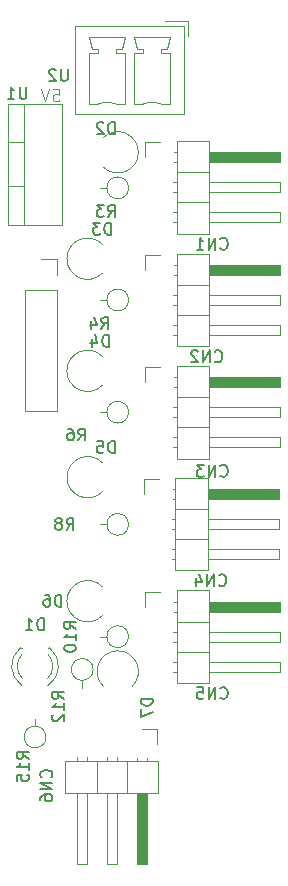
<source format=gbr>
%TF.GenerationSoftware,KiCad,Pcbnew,9.0.3*%
%TF.CreationDate,2025-07-16T15:45:05+08:00*%
%TF.ProjectId,PiHAT_Test,50694841-545f-4546-9573-742e6b696361,rev?*%
%TF.SameCoordinates,Original*%
%TF.FileFunction,Legend,Bot*%
%TF.FilePolarity,Positive*%
%FSLAX46Y46*%
G04 Gerber Fmt 4.6, Leading zero omitted, Abs format (unit mm)*
G04 Created by KiCad (PCBNEW 9.0.3) date 2025-07-16 15:45:05*
%MOMM*%
%LPD*%
G01*
G04 APERTURE LIST*
%ADD10C,0.100000*%
%ADD11C,0.150000*%
%ADD12C,0.200000*%
%ADD13C,0.120000*%
G04 APERTURE END LIST*
D10*
X133529925Y-68172419D02*
X134006115Y-68172419D01*
X134006115Y-68172419D02*
X134053734Y-68648609D01*
X134053734Y-68648609D02*
X134006115Y-68600990D01*
X134006115Y-68600990D02*
X133910877Y-68553371D01*
X133910877Y-68553371D02*
X133672782Y-68553371D01*
X133672782Y-68553371D02*
X133577544Y-68600990D01*
X133577544Y-68600990D02*
X133529925Y-68648609D01*
X133529925Y-68648609D02*
X133482306Y-68743847D01*
X133482306Y-68743847D02*
X133482306Y-68981942D01*
X133482306Y-68981942D02*
X133529925Y-69077180D01*
X133529925Y-69077180D02*
X133577544Y-69124800D01*
X133577544Y-69124800D02*
X133672782Y-69172419D01*
X133672782Y-69172419D02*
X133910877Y-69172419D01*
X133910877Y-69172419D02*
X134006115Y-69124800D01*
X134006115Y-69124800D02*
X134053734Y-69077180D01*
X133196591Y-68172419D02*
X132863258Y-69172419D01*
X132863258Y-69172419D02*
X132529925Y-68172419D01*
D11*
X147690476Y-119669580D02*
X147738095Y-119717200D01*
X147738095Y-119717200D02*
X147880952Y-119764819D01*
X147880952Y-119764819D02*
X147976190Y-119764819D01*
X147976190Y-119764819D02*
X148119047Y-119717200D01*
X148119047Y-119717200D02*
X148214285Y-119621961D01*
X148214285Y-119621961D02*
X148261904Y-119526723D01*
X148261904Y-119526723D02*
X148309523Y-119336247D01*
X148309523Y-119336247D02*
X148309523Y-119193390D01*
X148309523Y-119193390D02*
X148261904Y-119002914D01*
X148261904Y-119002914D02*
X148214285Y-118907676D01*
X148214285Y-118907676D02*
X148119047Y-118812438D01*
X148119047Y-118812438D02*
X147976190Y-118764819D01*
X147976190Y-118764819D02*
X147880952Y-118764819D01*
X147880952Y-118764819D02*
X147738095Y-118812438D01*
X147738095Y-118812438D02*
X147690476Y-118860057D01*
X147261904Y-119764819D02*
X147261904Y-118764819D01*
X147261904Y-118764819D02*
X146690476Y-119764819D01*
X146690476Y-119764819D02*
X146690476Y-118764819D01*
X145738095Y-118764819D02*
X146214285Y-118764819D01*
X146214285Y-118764819D02*
X146261904Y-119241009D01*
X146261904Y-119241009D02*
X146214285Y-119193390D01*
X146214285Y-119193390D02*
X146119047Y-119145771D01*
X146119047Y-119145771D02*
X145880952Y-119145771D01*
X145880952Y-119145771D02*
X145785714Y-119193390D01*
X145785714Y-119193390D02*
X145738095Y-119241009D01*
X145738095Y-119241009D02*
X145690476Y-119336247D01*
X145690476Y-119336247D02*
X145690476Y-119574342D01*
X145690476Y-119574342D02*
X145738095Y-119669580D01*
X145738095Y-119669580D02*
X145785714Y-119717200D01*
X145785714Y-119717200D02*
X145880952Y-119764819D01*
X145880952Y-119764819D02*
X146119047Y-119764819D01*
X146119047Y-119764819D02*
X146214285Y-119717200D01*
X146214285Y-119717200D02*
X146261904Y-119669580D01*
X133359580Y-126424523D02*
X133407200Y-126376904D01*
X133407200Y-126376904D02*
X133454819Y-126234047D01*
X133454819Y-126234047D02*
X133454819Y-126138809D01*
X133454819Y-126138809D02*
X133407200Y-125995952D01*
X133407200Y-125995952D02*
X133311961Y-125900714D01*
X133311961Y-125900714D02*
X133216723Y-125853095D01*
X133216723Y-125853095D02*
X133026247Y-125805476D01*
X133026247Y-125805476D02*
X132883390Y-125805476D01*
X132883390Y-125805476D02*
X132692914Y-125853095D01*
X132692914Y-125853095D02*
X132597676Y-125900714D01*
X132597676Y-125900714D02*
X132502438Y-125995952D01*
X132502438Y-125995952D02*
X132454819Y-126138809D01*
X132454819Y-126138809D02*
X132454819Y-126234047D01*
X132454819Y-126234047D02*
X132502438Y-126376904D01*
X132502438Y-126376904D02*
X132550057Y-126424523D01*
X133454819Y-126853095D02*
X132454819Y-126853095D01*
X132454819Y-126853095D02*
X133454819Y-127424523D01*
X133454819Y-127424523D02*
X132454819Y-127424523D01*
X132454819Y-128329285D02*
X132454819Y-128138809D01*
X132454819Y-128138809D02*
X132502438Y-128043571D01*
X132502438Y-128043571D02*
X132550057Y-127995952D01*
X132550057Y-127995952D02*
X132692914Y-127900714D01*
X132692914Y-127900714D02*
X132883390Y-127853095D01*
X132883390Y-127853095D02*
X133264342Y-127853095D01*
X133264342Y-127853095D02*
X133359580Y-127900714D01*
X133359580Y-127900714D02*
X133407200Y-127948333D01*
X133407200Y-127948333D02*
X133454819Y-128043571D01*
X133454819Y-128043571D02*
X133454819Y-128234047D01*
X133454819Y-128234047D02*
X133407200Y-128329285D01*
X133407200Y-128329285D02*
X133359580Y-128376904D01*
X133359580Y-128376904D02*
X133264342Y-128424523D01*
X133264342Y-128424523D02*
X133026247Y-128424523D01*
X133026247Y-128424523D02*
X132931009Y-128376904D01*
X132931009Y-128376904D02*
X132883390Y-128329285D01*
X132883390Y-128329285D02*
X132835771Y-128234047D01*
X132835771Y-128234047D02*
X132835771Y-128043571D01*
X132835771Y-128043571D02*
X132883390Y-127948333D01*
X132883390Y-127948333D02*
X132931009Y-127900714D01*
X132931009Y-127900714D02*
X133026247Y-127853095D01*
X134238094Y-111954819D02*
X134238094Y-110954819D01*
X134238094Y-110954819D02*
X133999999Y-110954819D01*
X133999999Y-110954819D02*
X133857142Y-111002438D01*
X133857142Y-111002438D02*
X133761904Y-111097676D01*
X133761904Y-111097676D02*
X133714285Y-111192914D01*
X133714285Y-111192914D02*
X133666666Y-111383390D01*
X133666666Y-111383390D02*
X133666666Y-111526247D01*
X133666666Y-111526247D02*
X133714285Y-111716723D01*
X133714285Y-111716723D02*
X133761904Y-111811961D01*
X133761904Y-111811961D02*
X133857142Y-111907200D01*
X133857142Y-111907200D02*
X133999999Y-111954819D01*
X133999999Y-111954819D02*
X134238094Y-111954819D01*
X132809523Y-110954819D02*
X132999999Y-110954819D01*
X132999999Y-110954819D02*
X133095237Y-111002438D01*
X133095237Y-111002438D02*
X133142856Y-111050057D01*
X133142856Y-111050057D02*
X133238094Y-111192914D01*
X133238094Y-111192914D02*
X133285713Y-111383390D01*
X133285713Y-111383390D02*
X133285713Y-111764342D01*
X133285713Y-111764342D02*
X133238094Y-111859580D01*
X133238094Y-111859580D02*
X133190475Y-111907200D01*
X133190475Y-111907200D02*
X133095237Y-111954819D01*
X133095237Y-111954819D02*
X132904761Y-111954819D01*
X132904761Y-111954819D02*
X132809523Y-111907200D01*
X132809523Y-111907200D02*
X132761904Y-111859580D01*
X132761904Y-111859580D02*
X132714285Y-111764342D01*
X132714285Y-111764342D02*
X132714285Y-111526247D01*
X132714285Y-111526247D02*
X132761904Y-111431009D01*
X132761904Y-111431009D02*
X132809523Y-111383390D01*
X132809523Y-111383390D02*
X132904761Y-111335771D01*
X132904761Y-111335771D02*
X133095237Y-111335771D01*
X133095237Y-111335771D02*
X133190475Y-111383390D01*
X133190475Y-111383390D02*
X133238094Y-111431009D01*
X133238094Y-111431009D02*
X133285713Y-111526247D01*
X132738094Y-113954819D02*
X132738094Y-112954819D01*
X132738094Y-112954819D02*
X132499999Y-112954819D01*
X132499999Y-112954819D02*
X132357142Y-113002438D01*
X132357142Y-113002438D02*
X132261904Y-113097676D01*
X132261904Y-113097676D02*
X132214285Y-113192914D01*
X132214285Y-113192914D02*
X132166666Y-113383390D01*
X132166666Y-113383390D02*
X132166666Y-113526247D01*
X132166666Y-113526247D02*
X132214285Y-113716723D01*
X132214285Y-113716723D02*
X132261904Y-113811961D01*
X132261904Y-113811961D02*
X132357142Y-113907200D01*
X132357142Y-113907200D02*
X132499999Y-113954819D01*
X132499999Y-113954819D02*
X132738094Y-113954819D01*
X131214285Y-113954819D02*
X131785713Y-113954819D01*
X131499999Y-113954819D02*
X131499999Y-112954819D01*
X131499999Y-112954819D02*
X131595237Y-113097676D01*
X131595237Y-113097676D02*
X131690475Y-113192914D01*
X131690475Y-113192914D02*
X131785713Y-113240533D01*
X134761904Y-66454819D02*
X134761904Y-67264342D01*
X134761904Y-67264342D02*
X134714285Y-67359580D01*
X134714285Y-67359580D02*
X134666666Y-67407200D01*
X134666666Y-67407200D02*
X134571428Y-67454819D01*
X134571428Y-67454819D02*
X134380952Y-67454819D01*
X134380952Y-67454819D02*
X134285714Y-67407200D01*
X134285714Y-67407200D02*
X134238095Y-67359580D01*
X134238095Y-67359580D02*
X134190476Y-67264342D01*
X134190476Y-67264342D02*
X134190476Y-66454819D01*
X133761904Y-66550057D02*
X133714285Y-66502438D01*
X133714285Y-66502438D02*
X133619047Y-66454819D01*
X133619047Y-66454819D02*
X133380952Y-66454819D01*
X133380952Y-66454819D02*
X133285714Y-66502438D01*
X133285714Y-66502438D02*
X133238095Y-66550057D01*
X133238095Y-66550057D02*
X133190476Y-66645295D01*
X133190476Y-66645295D02*
X133190476Y-66740533D01*
X133190476Y-66740533D02*
X133238095Y-66883390D01*
X133238095Y-66883390D02*
X133809523Y-67454819D01*
X133809523Y-67454819D02*
X133190476Y-67454819D01*
X131454819Y-124857142D02*
X130978628Y-124523809D01*
X131454819Y-124285714D02*
X130454819Y-124285714D01*
X130454819Y-124285714D02*
X130454819Y-124666666D01*
X130454819Y-124666666D02*
X130502438Y-124761904D01*
X130502438Y-124761904D02*
X130550057Y-124809523D01*
X130550057Y-124809523D02*
X130645295Y-124857142D01*
X130645295Y-124857142D02*
X130788152Y-124857142D01*
X130788152Y-124857142D02*
X130883390Y-124809523D01*
X130883390Y-124809523D02*
X130931009Y-124761904D01*
X130931009Y-124761904D02*
X130978628Y-124666666D01*
X130978628Y-124666666D02*
X130978628Y-124285714D01*
X131454819Y-125809523D02*
X131454819Y-125238095D01*
X131454819Y-125523809D02*
X130454819Y-125523809D01*
X130454819Y-125523809D02*
X130597676Y-125428571D01*
X130597676Y-125428571D02*
X130692914Y-125333333D01*
X130692914Y-125333333D02*
X130740533Y-125238095D01*
X130454819Y-126714285D02*
X130454819Y-126238095D01*
X130454819Y-126238095D02*
X130931009Y-126190476D01*
X130931009Y-126190476D02*
X130883390Y-126238095D01*
X130883390Y-126238095D02*
X130835771Y-126333333D01*
X130835771Y-126333333D02*
X130835771Y-126571428D01*
X130835771Y-126571428D02*
X130883390Y-126666666D01*
X130883390Y-126666666D02*
X130931009Y-126714285D01*
X130931009Y-126714285D02*
X131026247Y-126761904D01*
X131026247Y-126761904D02*
X131264342Y-126761904D01*
X131264342Y-126761904D02*
X131359580Y-126714285D01*
X131359580Y-126714285D02*
X131407200Y-126666666D01*
X131407200Y-126666666D02*
X131454819Y-126571428D01*
X131454819Y-126571428D02*
X131454819Y-126333333D01*
X131454819Y-126333333D02*
X131407200Y-126238095D01*
X131407200Y-126238095D02*
X131359580Y-126190476D01*
X138238094Y-89954819D02*
X138238094Y-88954819D01*
X138238094Y-88954819D02*
X137999999Y-88954819D01*
X137999999Y-88954819D02*
X137857142Y-89002438D01*
X137857142Y-89002438D02*
X137761904Y-89097676D01*
X137761904Y-89097676D02*
X137714285Y-89192914D01*
X137714285Y-89192914D02*
X137666666Y-89383390D01*
X137666666Y-89383390D02*
X137666666Y-89526247D01*
X137666666Y-89526247D02*
X137714285Y-89716723D01*
X137714285Y-89716723D02*
X137761904Y-89811961D01*
X137761904Y-89811961D02*
X137857142Y-89907200D01*
X137857142Y-89907200D02*
X137999999Y-89954819D01*
X137999999Y-89954819D02*
X138238094Y-89954819D01*
X136809523Y-89288152D02*
X136809523Y-89954819D01*
X137047618Y-88907200D02*
X137285713Y-89621485D01*
X137285713Y-89621485D02*
X136666666Y-89621485D01*
X147690476Y-81629580D02*
X147738095Y-81677200D01*
X147738095Y-81677200D02*
X147880952Y-81724819D01*
X147880952Y-81724819D02*
X147976190Y-81724819D01*
X147976190Y-81724819D02*
X148119047Y-81677200D01*
X148119047Y-81677200D02*
X148214285Y-81581961D01*
X148214285Y-81581961D02*
X148261904Y-81486723D01*
X148261904Y-81486723D02*
X148309523Y-81296247D01*
X148309523Y-81296247D02*
X148309523Y-81153390D01*
X148309523Y-81153390D02*
X148261904Y-80962914D01*
X148261904Y-80962914D02*
X148214285Y-80867676D01*
X148214285Y-80867676D02*
X148119047Y-80772438D01*
X148119047Y-80772438D02*
X147976190Y-80724819D01*
X147976190Y-80724819D02*
X147880952Y-80724819D01*
X147880952Y-80724819D02*
X147738095Y-80772438D01*
X147738095Y-80772438D02*
X147690476Y-80820057D01*
X147261904Y-81724819D02*
X147261904Y-80724819D01*
X147261904Y-80724819D02*
X146690476Y-81724819D01*
X146690476Y-81724819D02*
X146690476Y-80724819D01*
X145690476Y-81724819D02*
X146261904Y-81724819D01*
X145976190Y-81724819D02*
X145976190Y-80724819D01*
X145976190Y-80724819D02*
X146071428Y-80867676D01*
X146071428Y-80867676D02*
X146166666Y-80962914D01*
X146166666Y-80962914D02*
X146261904Y-81010533D01*
X138166666Y-78954819D02*
X138499999Y-78478628D01*
X138738094Y-78954819D02*
X138738094Y-77954819D01*
X138738094Y-77954819D02*
X138357142Y-77954819D01*
X138357142Y-77954819D02*
X138261904Y-78002438D01*
X138261904Y-78002438D02*
X138214285Y-78050057D01*
X138214285Y-78050057D02*
X138166666Y-78145295D01*
X138166666Y-78145295D02*
X138166666Y-78288152D01*
X138166666Y-78288152D02*
X138214285Y-78383390D01*
X138214285Y-78383390D02*
X138261904Y-78431009D01*
X138261904Y-78431009D02*
X138357142Y-78478628D01*
X138357142Y-78478628D02*
X138738094Y-78478628D01*
X137833332Y-77954819D02*
X137214285Y-77954819D01*
X137214285Y-77954819D02*
X137547618Y-78335771D01*
X137547618Y-78335771D02*
X137404761Y-78335771D01*
X137404761Y-78335771D02*
X137309523Y-78383390D01*
X137309523Y-78383390D02*
X137261904Y-78431009D01*
X137261904Y-78431009D02*
X137214285Y-78526247D01*
X137214285Y-78526247D02*
X137214285Y-78764342D01*
X137214285Y-78764342D02*
X137261904Y-78859580D01*
X137261904Y-78859580D02*
X137309523Y-78907200D01*
X137309523Y-78907200D02*
X137404761Y-78954819D01*
X137404761Y-78954819D02*
X137690475Y-78954819D01*
X137690475Y-78954819D02*
X137785713Y-78907200D01*
X137785713Y-78907200D02*
X137833332Y-78859580D01*
X134666666Y-105454819D02*
X134999999Y-104978628D01*
X135238094Y-105454819D02*
X135238094Y-104454819D01*
X135238094Y-104454819D02*
X134857142Y-104454819D01*
X134857142Y-104454819D02*
X134761904Y-104502438D01*
X134761904Y-104502438D02*
X134714285Y-104550057D01*
X134714285Y-104550057D02*
X134666666Y-104645295D01*
X134666666Y-104645295D02*
X134666666Y-104788152D01*
X134666666Y-104788152D02*
X134714285Y-104883390D01*
X134714285Y-104883390D02*
X134761904Y-104931009D01*
X134761904Y-104931009D02*
X134857142Y-104978628D01*
X134857142Y-104978628D02*
X135238094Y-104978628D01*
X134095237Y-104883390D02*
X134190475Y-104835771D01*
X134190475Y-104835771D02*
X134238094Y-104788152D01*
X134238094Y-104788152D02*
X134285713Y-104692914D01*
X134285713Y-104692914D02*
X134285713Y-104645295D01*
X134285713Y-104645295D02*
X134238094Y-104550057D01*
X134238094Y-104550057D02*
X134190475Y-104502438D01*
X134190475Y-104502438D02*
X134095237Y-104454819D01*
X134095237Y-104454819D02*
X133904761Y-104454819D01*
X133904761Y-104454819D02*
X133809523Y-104502438D01*
X133809523Y-104502438D02*
X133761904Y-104550057D01*
X133761904Y-104550057D02*
X133714285Y-104645295D01*
X133714285Y-104645295D02*
X133714285Y-104692914D01*
X133714285Y-104692914D02*
X133761904Y-104788152D01*
X133761904Y-104788152D02*
X133809523Y-104835771D01*
X133809523Y-104835771D02*
X133904761Y-104883390D01*
X133904761Y-104883390D02*
X134095237Y-104883390D01*
X134095237Y-104883390D02*
X134190475Y-104931009D01*
X134190475Y-104931009D02*
X134238094Y-104978628D01*
X134238094Y-104978628D02*
X134285713Y-105073866D01*
X134285713Y-105073866D02*
X134285713Y-105264342D01*
X134285713Y-105264342D02*
X134238094Y-105359580D01*
X134238094Y-105359580D02*
X134190475Y-105407200D01*
X134190475Y-105407200D02*
X134095237Y-105454819D01*
X134095237Y-105454819D02*
X133904761Y-105454819D01*
X133904761Y-105454819D02*
X133809523Y-105407200D01*
X133809523Y-105407200D02*
X133761904Y-105359580D01*
X133761904Y-105359580D02*
X133714285Y-105264342D01*
X133714285Y-105264342D02*
X133714285Y-105073866D01*
X133714285Y-105073866D02*
X133761904Y-104978628D01*
X133761904Y-104978628D02*
X133809523Y-104931009D01*
X133809523Y-104931009D02*
X133904761Y-104883390D01*
X147220476Y-91169580D02*
X147268095Y-91217200D01*
X147268095Y-91217200D02*
X147410952Y-91264819D01*
X147410952Y-91264819D02*
X147506190Y-91264819D01*
X147506190Y-91264819D02*
X147649047Y-91217200D01*
X147649047Y-91217200D02*
X147744285Y-91121961D01*
X147744285Y-91121961D02*
X147791904Y-91026723D01*
X147791904Y-91026723D02*
X147839523Y-90836247D01*
X147839523Y-90836247D02*
X147839523Y-90693390D01*
X147839523Y-90693390D02*
X147791904Y-90502914D01*
X147791904Y-90502914D02*
X147744285Y-90407676D01*
X147744285Y-90407676D02*
X147649047Y-90312438D01*
X147649047Y-90312438D02*
X147506190Y-90264819D01*
X147506190Y-90264819D02*
X147410952Y-90264819D01*
X147410952Y-90264819D02*
X147268095Y-90312438D01*
X147268095Y-90312438D02*
X147220476Y-90360057D01*
X146791904Y-91264819D02*
X146791904Y-90264819D01*
X146791904Y-90264819D02*
X146220476Y-91264819D01*
X146220476Y-91264819D02*
X146220476Y-90264819D01*
X145791904Y-90360057D02*
X145744285Y-90312438D01*
X145744285Y-90312438D02*
X145649047Y-90264819D01*
X145649047Y-90264819D02*
X145410952Y-90264819D01*
X145410952Y-90264819D02*
X145315714Y-90312438D01*
X145315714Y-90312438D02*
X145268095Y-90360057D01*
X145268095Y-90360057D02*
X145220476Y-90455295D01*
X145220476Y-90455295D02*
X145220476Y-90550533D01*
X145220476Y-90550533D02*
X145268095Y-90693390D01*
X145268095Y-90693390D02*
X145839523Y-91264819D01*
X145839523Y-91264819D02*
X145220476Y-91264819D01*
X141954819Y-119761905D02*
X140954819Y-119761905D01*
X140954819Y-119761905D02*
X140954819Y-120000000D01*
X140954819Y-120000000D02*
X141002438Y-120142857D01*
X141002438Y-120142857D02*
X141097676Y-120238095D01*
X141097676Y-120238095D02*
X141192914Y-120285714D01*
X141192914Y-120285714D02*
X141383390Y-120333333D01*
X141383390Y-120333333D02*
X141526247Y-120333333D01*
X141526247Y-120333333D02*
X141716723Y-120285714D01*
X141716723Y-120285714D02*
X141811961Y-120238095D01*
X141811961Y-120238095D02*
X141907200Y-120142857D01*
X141907200Y-120142857D02*
X141954819Y-120000000D01*
X141954819Y-120000000D02*
X141954819Y-119761905D01*
X140954819Y-120666667D02*
X140954819Y-121333333D01*
X140954819Y-121333333D02*
X141954819Y-120904762D01*
X138441429Y-80454819D02*
X138441429Y-79454819D01*
X138441429Y-79454819D02*
X138203334Y-79454819D01*
X138203334Y-79454819D02*
X138060477Y-79502438D01*
X138060477Y-79502438D02*
X137965239Y-79597676D01*
X137965239Y-79597676D02*
X137917620Y-79692914D01*
X137917620Y-79692914D02*
X137870001Y-79883390D01*
X137870001Y-79883390D02*
X137870001Y-80026247D01*
X137870001Y-80026247D02*
X137917620Y-80216723D01*
X137917620Y-80216723D02*
X137965239Y-80311961D01*
X137965239Y-80311961D02*
X138060477Y-80407200D01*
X138060477Y-80407200D02*
X138203334Y-80454819D01*
X138203334Y-80454819D02*
X138441429Y-80454819D01*
X137536667Y-79454819D02*
X136917620Y-79454819D01*
X136917620Y-79454819D02*
X137250953Y-79835771D01*
X137250953Y-79835771D02*
X137108096Y-79835771D01*
X137108096Y-79835771D02*
X137012858Y-79883390D01*
X137012858Y-79883390D02*
X136965239Y-79931009D01*
X136965239Y-79931009D02*
X136917620Y-80026247D01*
X136917620Y-80026247D02*
X136917620Y-80264342D01*
X136917620Y-80264342D02*
X136965239Y-80359580D01*
X136965239Y-80359580D02*
X137012858Y-80407200D01*
X137012858Y-80407200D02*
X137108096Y-80454819D01*
X137108096Y-80454819D02*
X137393810Y-80454819D01*
X137393810Y-80454819D02*
X137489048Y-80407200D01*
X137489048Y-80407200D02*
X137536667Y-80359580D01*
X138738094Y-98954819D02*
X138738094Y-97954819D01*
X138738094Y-97954819D02*
X138499999Y-97954819D01*
X138499999Y-97954819D02*
X138357142Y-98002438D01*
X138357142Y-98002438D02*
X138261904Y-98097676D01*
X138261904Y-98097676D02*
X138214285Y-98192914D01*
X138214285Y-98192914D02*
X138166666Y-98383390D01*
X138166666Y-98383390D02*
X138166666Y-98526247D01*
X138166666Y-98526247D02*
X138214285Y-98716723D01*
X138214285Y-98716723D02*
X138261904Y-98811961D01*
X138261904Y-98811961D02*
X138357142Y-98907200D01*
X138357142Y-98907200D02*
X138499999Y-98954819D01*
X138499999Y-98954819D02*
X138738094Y-98954819D01*
X137261904Y-97954819D02*
X137738094Y-97954819D01*
X137738094Y-97954819D02*
X137785713Y-98431009D01*
X137785713Y-98431009D02*
X137738094Y-98383390D01*
X137738094Y-98383390D02*
X137642856Y-98335771D01*
X137642856Y-98335771D02*
X137404761Y-98335771D01*
X137404761Y-98335771D02*
X137309523Y-98383390D01*
X137309523Y-98383390D02*
X137261904Y-98431009D01*
X137261904Y-98431009D02*
X137214285Y-98526247D01*
X137214285Y-98526247D02*
X137214285Y-98764342D01*
X137214285Y-98764342D02*
X137261904Y-98859580D01*
X137261904Y-98859580D02*
X137309523Y-98907200D01*
X137309523Y-98907200D02*
X137404761Y-98954819D01*
X137404761Y-98954819D02*
X137642856Y-98954819D01*
X137642856Y-98954819D02*
X137738094Y-98907200D01*
X137738094Y-98907200D02*
X137785713Y-98859580D01*
X147575476Y-110129580D02*
X147623095Y-110177200D01*
X147623095Y-110177200D02*
X147765952Y-110224819D01*
X147765952Y-110224819D02*
X147861190Y-110224819D01*
X147861190Y-110224819D02*
X148004047Y-110177200D01*
X148004047Y-110177200D02*
X148099285Y-110081961D01*
X148099285Y-110081961D02*
X148146904Y-109986723D01*
X148146904Y-109986723D02*
X148194523Y-109796247D01*
X148194523Y-109796247D02*
X148194523Y-109653390D01*
X148194523Y-109653390D02*
X148146904Y-109462914D01*
X148146904Y-109462914D02*
X148099285Y-109367676D01*
X148099285Y-109367676D02*
X148004047Y-109272438D01*
X148004047Y-109272438D02*
X147861190Y-109224819D01*
X147861190Y-109224819D02*
X147765952Y-109224819D01*
X147765952Y-109224819D02*
X147623095Y-109272438D01*
X147623095Y-109272438D02*
X147575476Y-109320057D01*
X147146904Y-110224819D02*
X147146904Y-109224819D01*
X147146904Y-109224819D02*
X146575476Y-110224819D01*
X146575476Y-110224819D02*
X146575476Y-109224819D01*
X145670714Y-109558152D02*
X145670714Y-110224819D01*
X145908809Y-109177200D02*
X146146904Y-109891485D01*
X146146904Y-109891485D02*
X145527857Y-109891485D01*
X147690476Y-100859580D02*
X147738095Y-100907200D01*
X147738095Y-100907200D02*
X147880952Y-100954819D01*
X147880952Y-100954819D02*
X147976190Y-100954819D01*
X147976190Y-100954819D02*
X148119047Y-100907200D01*
X148119047Y-100907200D02*
X148214285Y-100811961D01*
X148214285Y-100811961D02*
X148261904Y-100716723D01*
X148261904Y-100716723D02*
X148309523Y-100526247D01*
X148309523Y-100526247D02*
X148309523Y-100383390D01*
X148309523Y-100383390D02*
X148261904Y-100192914D01*
X148261904Y-100192914D02*
X148214285Y-100097676D01*
X148214285Y-100097676D02*
X148119047Y-100002438D01*
X148119047Y-100002438D02*
X147976190Y-99954819D01*
X147976190Y-99954819D02*
X147880952Y-99954819D01*
X147880952Y-99954819D02*
X147738095Y-100002438D01*
X147738095Y-100002438D02*
X147690476Y-100050057D01*
X147261904Y-100954819D02*
X147261904Y-99954819D01*
X147261904Y-99954819D02*
X146690476Y-100954819D01*
X146690476Y-100954819D02*
X146690476Y-99954819D01*
X146309523Y-99954819D02*
X145690476Y-99954819D01*
X145690476Y-99954819D02*
X146023809Y-100335771D01*
X146023809Y-100335771D02*
X145880952Y-100335771D01*
X145880952Y-100335771D02*
X145785714Y-100383390D01*
X145785714Y-100383390D02*
X145738095Y-100431009D01*
X145738095Y-100431009D02*
X145690476Y-100526247D01*
X145690476Y-100526247D02*
X145690476Y-100764342D01*
X145690476Y-100764342D02*
X145738095Y-100859580D01*
X145738095Y-100859580D02*
X145785714Y-100907200D01*
X145785714Y-100907200D02*
X145880952Y-100954819D01*
X145880952Y-100954819D02*
X146166666Y-100954819D01*
X146166666Y-100954819D02*
X146261904Y-100907200D01*
X146261904Y-100907200D02*
X146309523Y-100859580D01*
X138738094Y-71954819D02*
X138738094Y-70954819D01*
X138738094Y-70954819D02*
X138499999Y-70954819D01*
X138499999Y-70954819D02*
X138357142Y-71002438D01*
X138357142Y-71002438D02*
X138261904Y-71097676D01*
X138261904Y-71097676D02*
X138214285Y-71192914D01*
X138214285Y-71192914D02*
X138166666Y-71383390D01*
X138166666Y-71383390D02*
X138166666Y-71526247D01*
X138166666Y-71526247D02*
X138214285Y-71716723D01*
X138214285Y-71716723D02*
X138261904Y-71811961D01*
X138261904Y-71811961D02*
X138357142Y-71907200D01*
X138357142Y-71907200D02*
X138499999Y-71954819D01*
X138499999Y-71954819D02*
X138738094Y-71954819D01*
X137785713Y-71050057D02*
X137738094Y-71002438D01*
X137738094Y-71002438D02*
X137642856Y-70954819D01*
X137642856Y-70954819D02*
X137404761Y-70954819D01*
X137404761Y-70954819D02*
X137309523Y-71002438D01*
X137309523Y-71002438D02*
X137261904Y-71050057D01*
X137261904Y-71050057D02*
X137214285Y-71145295D01*
X137214285Y-71145295D02*
X137214285Y-71240533D01*
X137214285Y-71240533D02*
X137261904Y-71383390D01*
X137261904Y-71383390D02*
X137833332Y-71954819D01*
X137833332Y-71954819D02*
X137214285Y-71954819D01*
X135666666Y-97889819D02*
X135999999Y-97413628D01*
X136238094Y-97889819D02*
X136238094Y-96889819D01*
X136238094Y-96889819D02*
X135857142Y-96889819D01*
X135857142Y-96889819D02*
X135761904Y-96937438D01*
X135761904Y-96937438D02*
X135714285Y-96985057D01*
X135714285Y-96985057D02*
X135666666Y-97080295D01*
X135666666Y-97080295D02*
X135666666Y-97223152D01*
X135666666Y-97223152D02*
X135714285Y-97318390D01*
X135714285Y-97318390D02*
X135761904Y-97366009D01*
X135761904Y-97366009D02*
X135857142Y-97413628D01*
X135857142Y-97413628D02*
X136238094Y-97413628D01*
X134809523Y-96889819D02*
X134999999Y-96889819D01*
X134999999Y-96889819D02*
X135095237Y-96937438D01*
X135095237Y-96937438D02*
X135142856Y-96985057D01*
X135142856Y-96985057D02*
X135238094Y-97127914D01*
X135238094Y-97127914D02*
X135285713Y-97318390D01*
X135285713Y-97318390D02*
X135285713Y-97699342D01*
X135285713Y-97699342D02*
X135238094Y-97794580D01*
X135238094Y-97794580D02*
X135190475Y-97842200D01*
X135190475Y-97842200D02*
X135095237Y-97889819D01*
X135095237Y-97889819D02*
X134904761Y-97889819D01*
X134904761Y-97889819D02*
X134809523Y-97842200D01*
X134809523Y-97842200D02*
X134761904Y-97794580D01*
X134761904Y-97794580D02*
X134714285Y-97699342D01*
X134714285Y-97699342D02*
X134714285Y-97461247D01*
X134714285Y-97461247D02*
X134761904Y-97366009D01*
X134761904Y-97366009D02*
X134809523Y-97318390D01*
X134809523Y-97318390D02*
X134904761Y-97270771D01*
X134904761Y-97270771D02*
X135095237Y-97270771D01*
X135095237Y-97270771D02*
X135190475Y-97318390D01*
X135190475Y-97318390D02*
X135238094Y-97366009D01*
X135238094Y-97366009D02*
X135285713Y-97461247D01*
X131261904Y-67954819D02*
X131261904Y-68764342D01*
X131261904Y-68764342D02*
X131214285Y-68859580D01*
X131214285Y-68859580D02*
X131166666Y-68907200D01*
X131166666Y-68907200D02*
X131071428Y-68954819D01*
X131071428Y-68954819D02*
X130880952Y-68954819D01*
X130880952Y-68954819D02*
X130785714Y-68907200D01*
X130785714Y-68907200D02*
X130738095Y-68859580D01*
X130738095Y-68859580D02*
X130690476Y-68764342D01*
X130690476Y-68764342D02*
X130690476Y-67954819D01*
X129690476Y-68954819D02*
X130261904Y-68954819D01*
X129976190Y-68954819D02*
X129976190Y-67954819D01*
X129976190Y-67954819D02*
X130071428Y-68097676D01*
X130071428Y-68097676D02*
X130166666Y-68192914D01*
X130166666Y-68192914D02*
X130261904Y-68240533D01*
X135454819Y-113857142D02*
X134978628Y-113523809D01*
X135454819Y-113285714D02*
X134454819Y-113285714D01*
X134454819Y-113285714D02*
X134454819Y-113666666D01*
X134454819Y-113666666D02*
X134502438Y-113761904D01*
X134502438Y-113761904D02*
X134550057Y-113809523D01*
X134550057Y-113809523D02*
X134645295Y-113857142D01*
X134645295Y-113857142D02*
X134788152Y-113857142D01*
X134788152Y-113857142D02*
X134883390Y-113809523D01*
X134883390Y-113809523D02*
X134931009Y-113761904D01*
X134931009Y-113761904D02*
X134978628Y-113666666D01*
X134978628Y-113666666D02*
X134978628Y-113285714D01*
X135454819Y-114809523D02*
X135454819Y-114238095D01*
X135454819Y-114523809D02*
X134454819Y-114523809D01*
X134454819Y-114523809D02*
X134597676Y-114428571D01*
X134597676Y-114428571D02*
X134692914Y-114333333D01*
X134692914Y-114333333D02*
X134740533Y-114238095D01*
X134454819Y-115428571D02*
X134454819Y-115523809D01*
X134454819Y-115523809D02*
X134502438Y-115619047D01*
X134502438Y-115619047D02*
X134550057Y-115666666D01*
X134550057Y-115666666D02*
X134645295Y-115714285D01*
X134645295Y-115714285D02*
X134835771Y-115761904D01*
X134835771Y-115761904D02*
X135073866Y-115761904D01*
X135073866Y-115761904D02*
X135264342Y-115714285D01*
X135264342Y-115714285D02*
X135359580Y-115666666D01*
X135359580Y-115666666D02*
X135407200Y-115619047D01*
X135407200Y-115619047D02*
X135454819Y-115523809D01*
X135454819Y-115523809D02*
X135454819Y-115428571D01*
X135454819Y-115428571D02*
X135407200Y-115333333D01*
X135407200Y-115333333D02*
X135359580Y-115285714D01*
X135359580Y-115285714D02*
X135264342Y-115238095D01*
X135264342Y-115238095D02*
X135073866Y-115190476D01*
X135073866Y-115190476D02*
X134835771Y-115190476D01*
X134835771Y-115190476D02*
X134645295Y-115238095D01*
X134645295Y-115238095D02*
X134550057Y-115285714D01*
X134550057Y-115285714D02*
X134502438Y-115333333D01*
X134502438Y-115333333D02*
X134454819Y-115428571D01*
X137626666Y-88454819D02*
X137959999Y-87978628D01*
X138198094Y-88454819D02*
X138198094Y-87454819D01*
X138198094Y-87454819D02*
X137817142Y-87454819D01*
X137817142Y-87454819D02*
X137721904Y-87502438D01*
X137721904Y-87502438D02*
X137674285Y-87550057D01*
X137674285Y-87550057D02*
X137626666Y-87645295D01*
X137626666Y-87645295D02*
X137626666Y-87788152D01*
X137626666Y-87788152D02*
X137674285Y-87883390D01*
X137674285Y-87883390D02*
X137721904Y-87931009D01*
X137721904Y-87931009D02*
X137817142Y-87978628D01*
X137817142Y-87978628D02*
X138198094Y-87978628D01*
X136769523Y-87788152D02*
X136769523Y-88454819D01*
X137007618Y-87407200D02*
X137245713Y-88121485D01*
X137245713Y-88121485D02*
X136626666Y-88121485D01*
D12*
X134452219Y-119773183D02*
X133976028Y-119439850D01*
X134452219Y-119201755D02*
X133452219Y-119201755D01*
X133452219Y-119201755D02*
X133452219Y-119582707D01*
X133452219Y-119582707D02*
X133499838Y-119677945D01*
X133499838Y-119677945D02*
X133547457Y-119725564D01*
X133547457Y-119725564D02*
X133642695Y-119773183D01*
X133642695Y-119773183D02*
X133785552Y-119773183D01*
X133785552Y-119773183D02*
X133880790Y-119725564D01*
X133880790Y-119725564D02*
X133928409Y-119677945D01*
X133928409Y-119677945D02*
X133976028Y-119582707D01*
X133976028Y-119582707D02*
X133976028Y-119201755D01*
X134452219Y-120725564D02*
X134452219Y-120154136D01*
X134452219Y-120439850D02*
X133452219Y-120439850D01*
X133452219Y-120439850D02*
X133595076Y-120344612D01*
X133595076Y-120344612D02*
X133690314Y-120249374D01*
X133690314Y-120249374D02*
X133737933Y-120154136D01*
X133547457Y-121106517D02*
X133499838Y-121154136D01*
X133499838Y-121154136D02*
X133452219Y-121249374D01*
X133452219Y-121249374D02*
X133452219Y-121487469D01*
X133452219Y-121487469D02*
X133499838Y-121582707D01*
X133499838Y-121582707D02*
X133547457Y-121630326D01*
X133547457Y-121630326D02*
X133642695Y-121677945D01*
X133642695Y-121677945D02*
X133737933Y-121677945D01*
X133737933Y-121677945D02*
X133880790Y-121630326D01*
X133880790Y-121630326D02*
X134452219Y-121058898D01*
X134452219Y-121058898D02*
X134452219Y-121677945D01*
D13*
%TO.C,CN5*%
X141345000Y-110690000D02*
X142615000Y-110690000D01*
X141345000Y-111960000D02*
X141345000Y-110690000D01*
X143692358Y-114070000D02*
X144005000Y-114070000D01*
X143692358Y-114930000D02*
X144005000Y-114930000D01*
X143692358Y-116610000D02*
X144005000Y-116610000D01*
X143692358Y-117470000D02*
X144005000Y-117470000D01*
X143775000Y-111530000D02*
X144005000Y-111530000D01*
X143775000Y-112390000D02*
X144005000Y-112390000D01*
X144005000Y-110580000D02*
X144005000Y-118420000D01*
X144005000Y-113230000D02*
X146765000Y-113230000D01*
X144005000Y-115770000D02*
X146765000Y-115770000D01*
X144005000Y-118420000D02*
X146765000Y-118420000D01*
X146765000Y-110580000D02*
X144005000Y-110580000D01*
X146765000Y-114070000D02*
X152765000Y-114070000D01*
X146765000Y-116610000D02*
X152765000Y-116610000D01*
X146765000Y-118420000D02*
X146765000Y-110580000D01*
X152765000Y-114070000D02*
X152765000Y-114930000D01*
X152765000Y-114930000D02*
X146765000Y-114930000D01*
X152765000Y-116610000D02*
X152765000Y-117470000D01*
X152765000Y-117470000D02*
X146765000Y-117470000D01*
X146765000Y-111530000D02*
X152765000Y-111530000D01*
X152765000Y-112390000D01*
X146765000Y-112390000D01*
X146765000Y-111530000D01*
G36*
X146765000Y-111530000D02*
G01*
X152765000Y-111530000D01*
X152765000Y-112390000D01*
X146765000Y-112390000D01*
X146765000Y-111530000D01*
G37*
%TO.C,CN6*%
X134580000Y-125005000D02*
X134580000Y-127765000D01*
X134580000Y-127765000D02*
X142420000Y-127765000D01*
X135530000Y-124692358D02*
X135530000Y-125005000D01*
X135530000Y-133765000D02*
X135530000Y-127765000D01*
X136390000Y-124692358D02*
X136390000Y-125005000D01*
X136390000Y-127765000D02*
X136390000Y-133765000D01*
X136390000Y-133765000D02*
X135530000Y-133765000D01*
X137230000Y-125005000D02*
X137230000Y-127765000D01*
X138070000Y-124692358D02*
X138070000Y-125005000D01*
X138070000Y-133765000D02*
X138070000Y-127765000D01*
X138930000Y-124692358D02*
X138930000Y-125005000D01*
X138930000Y-127765000D02*
X138930000Y-133765000D01*
X138930000Y-133765000D02*
X138070000Y-133765000D01*
X139770000Y-125005000D02*
X139770000Y-127765000D01*
X140610000Y-124775000D02*
X140610000Y-125005000D01*
X141040000Y-122345000D02*
X142310000Y-122345000D01*
X141470000Y-124775000D02*
X141470000Y-125005000D01*
X142310000Y-122345000D02*
X142310000Y-123615000D01*
X142420000Y-125005000D02*
X134580000Y-125005000D01*
X142420000Y-127765000D02*
X142420000Y-125005000D01*
X141470000Y-127765000D02*
X140610000Y-127765000D01*
X140610000Y-133765000D01*
X141470000Y-133765000D01*
X141470000Y-127765000D01*
G36*
X141470000Y-127765000D02*
G01*
X140610000Y-127765000D01*
X140610000Y-133765000D01*
X141470000Y-133765000D01*
X141470000Y-127765000D01*
G37*
%TO.C,D6*%
X137703335Y-112720000D02*
G75*
G02*
X137703335Y-110280000I-1255517J1220000D01*
G01*
%TO.C,D1*%
X130764000Y-115440000D02*
X130920000Y-115440000D01*
X133080000Y-115440000D02*
X133236000Y-115440000D01*
X130920000Y-118040961D02*
G75*
G02*
X130920000Y-115959039I1080000J1040961D01*
G01*
X130920000Y-118671437D02*
G75*
G02*
X130764484Y-115440000I1080000J1671437D01*
G01*
X133080000Y-115959039D02*
G75*
G02*
X133080000Y-118040961I-1080000J-1040961D01*
G01*
X133235516Y-115440000D02*
G75*
G02*
X133080000Y-118671437I-1235516J-1560000D01*
G01*
%TO.C,U2*%
X135367500Y-62782500D02*
X144597500Y-62782500D01*
X135367500Y-70252500D02*
X135367500Y-62782500D01*
X136577500Y-63742500D02*
X136827500Y-64742500D01*
X136577500Y-65092500D02*
X136577500Y-69392500D01*
X136577500Y-69392500D02*
X137327500Y-69392500D01*
X136827500Y-64742500D02*
X137327500Y-64742500D01*
X137327500Y-64742500D02*
X137327500Y-65092500D01*
X137327500Y-65092500D02*
X136577500Y-65092500D01*
X138827500Y-64742500D02*
X139327500Y-64742500D01*
X138827500Y-65092500D02*
X138827500Y-64742500D01*
X138827500Y-69392500D02*
X139577500Y-69392500D01*
X139327500Y-64742500D02*
X139577500Y-63742500D01*
X139577500Y-63742500D02*
X136577500Y-63742500D01*
X139577500Y-65092500D02*
X138827500Y-65092500D01*
X139577500Y-69392500D02*
X139577500Y-65092500D01*
X140387500Y-63742500D02*
X140637500Y-64742500D01*
X140387500Y-65092500D02*
X140387500Y-69392500D01*
X140387500Y-69392500D02*
X141137500Y-69392500D01*
X140637500Y-64742500D02*
X141137500Y-64742500D01*
X141137500Y-64742500D02*
X141137500Y-65092500D01*
X141137500Y-65092500D02*
X140387500Y-65092500D01*
X142637500Y-64742500D02*
X143137500Y-64742500D01*
X142637500Y-65092500D02*
X142637500Y-64742500D01*
X142637500Y-69392500D02*
X143387500Y-69392500D01*
X143137500Y-64742500D02*
X143387500Y-63742500D01*
X143387500Y-63742500D02*
X140387500Y-63742500D01*
X143387500Y-65092500D02*
X142637500Y-65092500D01*
X143387500Y-69392500D02*
X143387500Y-65092500D01*
X144597500Y-62782500D02*
X144597500Y-70252500D01*
X144597500Y-70252500D02*
X135367500Y-70252500D01*
X144987500Y-62392500D02*
X142987500Y-62392500D01*
X144987500Y-63642500D02*
X144987500Y-62392500D01*
X137327853Y-69392344D02*
G75*
G02*
X138827500Y-69392500I749647J-1700156D01*
G01*
X141137853Y-69392344D02*
G75*
G02*
X142637500Y-69392500I749647J-1700156D01*
G01*
%TO.C,R15*%
X132000000Y-122080000D02*
X132000000Y-121460000D01*
X132920000Y-123000000D02*
G75*
G02*
X131080000Y-123000000I-920000J0D01*
G01*
X131080000Y-123000000D02*
G75*
G02*
X132920000Y-123000000I920000J0D01*
G01*
%TO.C,D4*%
X137703335Y-93220000D02*
G75*
G02*
X137703335Y-90780000I-1255517J1220000D01*
G01*
%TO.C,CN1*%
X141345000Y-72650000D02*
X142615000Y-72650000D01*
X141345000Y-73920000D02*
X141345000Y-72650000D01*
X143692358Y-76030000D02*
X144005000Y-76030000D01*
X143692358Y-76890000D02*
X144005000Y-76890000D01*
X143692358Y-78570000D02*
X144005000Y-78570000D01*
X143692358Y-79430000D02*
X144005000Y-79430000D01*
X143775000Y-73490000D02*
X144005000Y-73490000D01*
X143775000Y-74350000D02*
X144005000Y-74350000D01*
X144005000Y-72540000D02*
X144005000Y-80380000D01*
X144005000Y-75190000D02*
X146765000Y-75190000D01*
X144005000Y-77730000D02*
X146765000Y-77730000D01*
X144005000Y-80380000D02*
X146765000Y-80380000D01*
X146765000Y-72540000D02*
X144005000Y-72540000D01*
X146765000Y-76030000D02*
X152765000Y-76030000D01*
X146765000Y-78570000D02*
X152765000Y-78570000D01*
X146765000Y-80380000D02*
X146765000Y-72540000D01*
X152765000Y-76030000D02*
X152765000Y-76890000D01*
X152765000Y-76890000D02*
X146765000Y-76890000D01*
X152765000Y-78570000D02*
X152765000Y-79430000D01*
X152765000Y-79430000D02*
X146765000Y-79430000D01*
X146765000Y-73490000D02*
X152765000Y-73490000D01*
X152765000Y-74350000D01*
X146765000Y-74350000D01*
X146765000Y-73490000D01*
G36*
X146765000Y-73490000D02*
G01*
X152765000Y-73490000D01*
X152765000Y-74350000D01*
X146765000Y-74350000D01*
X146765000Y-73490000D01*
G37*
%TO.C,R3*%
X138080000Y-76500000D02*
X137460000Y-76500000D01*
X139920000Y-76500000D02*
G75*
G02*
X138080000Y-76500000I-920000J0D01*
G01*
X138080000Y-76500000D02*
G75*
G02*
X139920000Y-76500000I920000J0D01*
G01*
%TO.C,R8*%
X138080000Y-105000000D02*
X137460000Y-105000000D01*
X139920000Y-105000000D02*
G75*
G02*
X138080000Y-105000000I-920000J0D01*
G01*
X138080000Y-105000000D02*
G75*
G02*
X139920000Y-105000000I920000J0D01*
G01*
%TO.C,CN2*%
X141345000Y-82190000D02*
X142615000Y-82190000D01*
X141345000Y-83460000D02*
X141345000Y-82190000D01*
X143692358Y-85570000D02*
X144005000Y-85570000D01*
X143692358Y-86430000D02*
X144005000Y-86430000D01*
X143692358Y-88110000D02*
X144005000Y-88110000D01*
X143692358Y-88970000D02*
X144005000Y-88970000D01*
X143775000Y-83030000D02*
X144005000Y-83030000D01*
X143775000Y-83890000D02*
X144005000Y-83890000D01*
X144005000Y-82080000D02*
X144005000Y-89920000D01*
X144005000Y-84730000D02*
X146765000Y-84730000D01*
X144005000Y-87270000D02*
X146765000Y-87270000D01*
X144005000Y-89920000D02*
X146765000Y-89920000D01*
X146765000Y-82080000D02*
X144005000Y-82080000D01*
X146765000Y-85570000D02*
X152765000Y-85570000D01*
X146765000Y-88110000D02*
X152765000Y-88110000D01*
X146765000Y-89920000D02*
X146765000Y-82080000D01*
X152765000Y-85570000D02*
X152765000Y-86430000D01*
X152765000Y-86430000D02*
X146765000Y-86430000D01*
X152765000Y-88110000D02*
X152765000Y-88970000D01*
X152765000Y-88970000D02*
X146765000Y-88970000D01*
X146765000Y-83030000D02*
X152765000Y-83030000D01*
X152765000Y-83890000D01*
X146765000Y-83890000D01*
X146765000Y-83030000D01*
G36*
X146765000Y-83030000D02*
G01*
X152765000Y-83030000D01*
X152765000Y-83890000D01*
X146765000Y-83890000D01*
X146765000Y-83030000D01*
G37*
%TO.C,D7*%
X137780000Y-118703335D02*
G75*
G02*
X140220000Y-118703335I1220000J1255517D01*
G01*
%TO.C,D3*%
X137703335Y-83720000D02*
G75*
G02*
X137703335Y-81280000I-1255517J1220000D01*
G01*
%TO.C,D5*%
X137715517Y-102220000D02*
G75*
G02*
X137715517Y-99780000I-1255517J1220000D01*
G01*
%TO.C,CN4*%
X141230000Y-101150000D02*
X142500000Y-101150000D01*
X141230000Y-102420000D02*
X141230000Y-101150000D01*
X143577358Y-104530000D02*
X143890000Y-104530000D01*
X143577358Y-105390000D02*
X143890000Y-105390000D01*
X143577358Y-107070000D02*
X143890000Y-107070000D01*
X143577358Y-107930000D02*
X143890000Y-107930000D01*
X143660000Y-101990000D02*
X143890000Y-101990000D01*
X143660000Y-102850000D02*
X143890000Y-102850000D01*
X143890000Y-101040000D02*
X143890000Y-108880000D01*
X143890000Y-103690000D02*
X146650000Y-103690000D01*
X143890000Y-106230000D02*
X146650000Y-106230000D01*
X143890000Y-108880000D02*
X146650000Y-108880000D01*
X146650000Y-101040000D02*
X143890000Y-101040000D01*
X146650000Y-104530000D02*
X152650000Y-104530000D01*
X146650000Y-107070000D02*
X152650000Y-107070000D01*
X146650000Y-108880000D02*
X146650000Y-101040000D01*
X152650000Y-104530000D02*
X152650000Y-105390000D01*
X152650000Y-105390000D02*
X146650000Y-105390000D01*
X152650000Y-107070000D02*
X152650000Y-107930000D01*
X152650000Y-107930000D02*
X146650000Y-107930000D01*
X146650000Y-101990000D02*
X152650000Y-101990000D01*
X152650000Y-102850000D01*
X146650000Y-102850000D01*
X146650000Y-101990000D01*
G36*
X146650000Y-101990000D02*
G01*
X152650000Y-101990000D01*
X152650000Y-102850000D01*
X146650000Y-102850000D01*
X146650000Y-101990000D01*
G37*
%TO.C,CN3*%
X141345000Y-91690000D02*
X142615000Y-91690000D01*
X141345000Y-92960000D02*
X141345000Y-91690000D01*
X143692358Y-95070000D02*
X144005000Y-95070000D01*
X143692358Y-95930000D02*
X144005000Y-95930000D01*
X143692358Y-97610000D02*
X144005000Y-97610000D01*
X143692358Y-98470000D02*
X144005000Y-98470000D01*
X143775000Y-92530000D02*
X144005000Y-92530000D01*
X143775000Y-93390000D02*
X144005000Y-93390000D01*
X144005000Y-91580000D02*
X144005000Y-99420000D01*
X144005000Y-94230000D02*
X146765000Y-94230000D01*
X144005000Y-96770000D02*
X146765000Y-96770000D01*
X144005000Y-99420000D02*
X146765000Y-99420000D01*
X146765000Y-91580000D02*
X144005000Y-91580000D01*
X146765000Y-95070000D02*
X152765000Y-95070000D01*
X146765000Y-97610000D02*
X152765000Y-97610000D01*
X146765000Y-99420000D02*
X146765000Y-91580000D01*
X152765000Y-95070000D02*
X152765000Y-95930000D01*
X152765000Y-95930000D02*
X146765000Y-95930000D01*
X152765000Y-97610000D02*
X152765000Y-98470000D01*
X152765000Y-98470000D02*
X146765000Y-98470000D01*
X146765000Y-92530000D02*
X152765000Y-92530000D01*
X152765000Y-93390000D01*
X146765000Y-93390000D01*
X146765000Y-92530000D01*
G36*
X146765000Y-92530000D02*
G01*
X152765000Y-92530000D01*
X152765000Y-93390000D01*
X146765000Y-93390000D01*
X146765000Y-92530000D01*
G37*
%TO.C,D2*%
X137744483Y-72280000D02*
G75*
G02*
X137744483Y-74720000I1255517J-1220000D01*
G01*
%TO.C,R6*%
X138080000Y-95500000D02*
X137460000Y-95500000D01*
X139920000Y-95500000D02*
G75*
G02*
X138080000Y-95500000I-920000J0D01*
G01*
X138080000Y-95500000D02*
G75*
G02*
X139920000Y-95500000I920000J0D01*
G01*
%TO.C,U1*%
X129690000Y-69390000D02*
X134310000Y-69390000D01*
X129690000Y-72650000D02*
X131070000Y-72650000D01*
X129690000Y-76350000D02*
X131070000Y-76350000D01*
X129690000Y-79610000D02*
X129690000Y-69390000D01*
X129690000Y-79610000D02*
X134310000Y-79610000D01*
X131070000Y-79610000D02*
X131070000Y-69390000D01*
X134310000Y-79610000D02*
X134310000Y-69390000D01*
%TO.C,R10*%
X138080000Y-114500000D02*
X137460000Y-114500000D01*
X139920000Y-114500000D02*
G75*
G02*
X138080000Y-114500000I-920000J0D01*
G01*
X138080000Y-114500000D02*
G75*
G02*
X139920000Y-114500000I920000J0D01*
G01*
%TO.C,R4*%
X138080000Y-86000000D02*
X137460000Y-86000000D01*
X139920000Y-86000000D02*
G75*
G02*
X138080000Y-86000000I-920000J0D01*
G01*
X138080000Y-86000000D02*
G75*
G02*
X139920000Y-86000000I920000J0D01*
G01*
%TO.C,R12*%
X136000000Y-118200000D02*
X136000000Y-118820000D01*
X136920000Y-117280000D02*
G75*
G02*
X135080000Y-117280000I-920000J0D01*
G01*
X135080000Y-117280000D02*
G75*
G02*
X136920000Y-117280000I920000J0D01*
G01*
%TO.C,J1_I2C1*%
X131120000Y-85150000D02*
X131120000Y-95420000D01*
X133880000Y-82500000D02*
X132500000Y-82500000D01*
X133880000Y-83880000D02*
X133880000Y-82500000D01*
X133880000Y-85150000D02*
X131120000Y-85150000D01*
X133880000Y-85150000D02*
X133880000Y-95420000D01*
X133880000Y-95420000D02*
X131120000Y-95420000D01*
%TD*%
M02*

</source>
